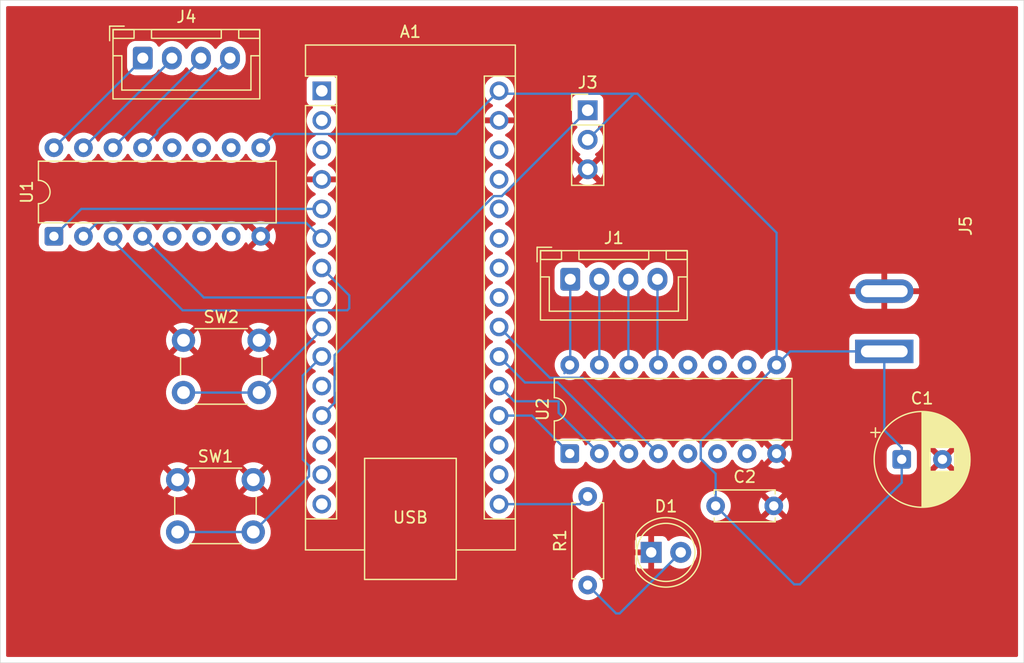
<source format=kicad_pcb>
(kicad_pcb (version 20241229) (generator "pcbnew") (generator_version "9.0")
  (layers (0 "F.Cu" signal) (2 "B.Cu" signal) (13 "F.Paste" user) (15 "B.Paste" user) (5 "F.SilkS" user "F.Silkscreen") (7 "B.SilkS" user "B.Silkscreen") (1 "F.Mask" user) (3 "B.Mask" user) (25 "Edge.Cuts" user))
  (net 0 "")
  (net 3 "GND")
  (net 5 "/SERVO_SIG")
  (net 6 "/+5v")
  (net 7 "Net-(A1-SCK)")
  (net 10 "/MOT_L_3")
  (net 11 "/MOT_R_1")
  (net 12 "/MOT_R_2")
  (net 13 "/MOT_L_1")
  (net 14 "/MOT_L_2")
  (net 17 "Net-(A1-D6)")
  (net 20 "/MOT_L_4")
  (net 23 "/MOT_R_4")
  (net 24 "Net-(A1-D7)")
  (net 25 "/MOT_R_3")
  (net 30 "Net-(J1-Pin_4)")
  (net 31 "Net-(J1-Pin_1)")
  (net 32 "Net-(J1-Pin_3)")
  (net 33 "Net-(J1-Pin_2)")
  (net 34 "Net-(J4-Pin_4)")
  (net 35 "Net-(J4-Pin_2)")
  (net 36 "Net-(J4-Pin_1)")
  (net 37 "Net-(J4-Pin_3)")
  (net 50 "Net-(D1-A)")
  (footprint "Resistor_THT:R_Axial_DIN0207_L6.3mm_D2.5mm_P7.62mm_Horizontal" (layer "F.Cu") (at 124.5 98.31 90)
    (property "Reference" "R1" (at 3.81 -2.37 90) (layer "F.SilkS"))
    (property "Value" "220R")
    (fp_line (start 7.08 -1.37) (end 7.08 -1.04) (stroke (width 0.12)) (layer "F.SilkS"))
    (fp_line (start 0.54 -1.37) (end 7.08 -1.37) (stroke (width 0.12)) (layer "F.SilkS"))
    (fp_line (start 0.54 -1.04) (end 0.54 -1.37) (stroke (width 0.12)) (layer "F.SilkS"))
    (fp_line (start 0.54 1.04) (end 0.54 1.37) (stroke (width 0.12)) (layer "F.SilkS"))
    (fp_line (start 7.08 1.37) (end 7.08 1.04) (stroke (width 0.12)) (layer "F.SilkS"))
    (fp_line (start 0.54 1.37) (end 7.08 1.37) (stroke (width 0.12)) (layer "F.SilkS"))
    (pad "1" thru_hole circle (at 0 0 90) (size 1.6 1.6) (drill 0.8) (layers "*.Cu" "*.Mask") (net 50 "Net-(D1-A)"))
    (pad "2" thru_hole circle (at 7.62 0 90) (size 1.6 1.6) (drill 0.8) (layers "*.Cu" "*.Mask") (net 7 "Net-(A1-SCK)"))
  )
  (footprint "Connector_BarrelJack:BarrelJack_SwitchcraftConxall_RAPC10U_Horizontal" (layer "F.Cu") (at 150 78.21 -90)
    (property "Reference" "J5" (at -10.8 -7 90) (layer "F.SilkS"))
    (property "Value" "Barrel_Jack")
    (pad "1" thru_hole rect (at 0 0 270) (size 2.02 5.02) (drill oval 1.02 4.02) (layers "*.Cu" "*.Mask") (net 6 "/+5v"))
    (pad "2" thru_hole oval (at -5.18 0 270) (size 2.02 5.02) (drill oval 1.02 4.02) (layers "*.Cu" "*.Mask") (net 3 "GND"))
  )
  (footprint "Button_Switch_THT:SW_PUSH_6mm" (layer "F.Cu") (at 89.25 89.25)
    (property "Reference" "SW1" (at 3.25 -2 0) (layer "F.SilkS"))
    (property "Value" "SW_Push")
    (fp_line (start -0.25 1.5) (end -0.25 3) (stroke (width 0.12)) (layer "F.SilkS"))
    (fp_line (start 1 5.5) (end 5.5 5.5) (stroke (width 0.12)) (layer "F.SilkS"))
    (fp_line (start 5.5 -1) (end 1 -1) (stroke (width 0.12)) (layer "F.SilkS"))
    (fp_line (start 6.75 3) (end 6.75 1.5) (stroke (width 0.12)) (layer "F.SilkS"))
    (pad "1" thru_hole circle (at 0 0 90) (size 2 2) (drill 1.1) (layers "*.Cu" "*.Mask") (net 3 "GND"))
    (pad "1" thru_hole circle (at 6.5 0 90) (size 2 2) (drill 1.1) (layers "*.Cu" "*.Mask") (net 3 "GND"))
    (pad "2" thru_hole circle (at 0 4.5 90) (size 2 2) (drill 1.1) (layers "*.Cu" "*.Mask") (net 24 "Net-(A1-D7)"))
    (pad "2" thru_hole circle (at 6.5 4.5 90) (size 2 2) (drill 1.1) (layers "*.Cu" "*.Mask") (net 24 "Net-(A1-D7)"))
  )
  (footprint "Capacitor_THT:CP_Radial_D8.0mm_P3.50mm" (layer "F.Cu") (at 151.5 87.5)
    (property "Reference" "C1" (at 1.75 -5.25 0) (layer "F.SilkS"))
    (property "Value" "470uF")
    (fp_line (start -2.659698 -2.315) (end -1.859698 -2.315) (stroke (width 0.12)) (layer "F.SilkS"))
    (fp_line (start -2.259698 -2.715) (end -2.259698 -1.915) (stroke (width 0.12)) (layer "F.SilkS"))
    (fp_line (start 1.75 -4.08) (end 1.75 4.08) (stroke (width 0.12)) (layer "F.SilkS"))
    (fp_line (start 1.79 -4.08) (end 1.79 4.08) (stroke (width 0.12)) (layer "F.SilkS"))
    (fp_line (start 1.83 -4.079) (end 1.83 4.079) (stroke (width 0.12)) (layer "F.SilkS"))
    (fp_line (start 1.87 -4.078) (end 1.87 4.078) (stroke (width 0.12)) (layer "F.SilkS"))
    (fp_line (start 1.91 -4.077) (end 1.91 4.077) (stroke (width 0.12)) (layer "F.SilkS"))
    (fp_line (start 1.95 -4.075) (end 1.95 4.075) (stroke (width 0.12)) (layer "F.SilkS"))
    (fp_line (start 1.99 -4.073) (end 1.99 4.073) (stroke (width 0.12)) (layer "F.SilkS"))
    (fp_line (start 2.03 -4.07) (end 2.03 4.07) (stroke (width 0.12)) (layer "F.SilkS"))
    (fp_line (start 2.07 -4.068) (end 2.07 4.068) (stroke (width 0.12)) (layer "F.SilkS"))
    (fp_line (start 2.11 -4.064) (end 2.11 4.064) (stroke (width 0.12)) (layer "F.SilkS"))
    (fp_line (start 2.15 -4.061) (end 2.15 4.061) (stroke (width 0.12)) (layer "F.SilkS"))
    (fp_line (start 2.19 -4.056) (end 2.19 4.056) (stroke (width 0.12)) (layer "F.SilkS"))
    (fp_line (start 2.23 -4.052) (end 2.23 4.052) (stroke (width 0.12)) (layer "F.SilkS"))
    (fp_line (start 2.27 -4.047) (end 2.27 4.047) (stroke (width 0.12)) (layer "F.SilkS"))
    (fp_line (start 2.31 -4.042) (end 2.31 4.042) (stroke (width 0.12)) (layer "F.SilkS"))
    (fp_line (start 2.35 -4.036) (end 2.35 4.036) (stroke (width 0.12)) (layer "F.SilkS"))
    (fp_line (start 2.39 -4.03) (end 2.39 4.03) (stroke (width 0.12)) (layer "F.SilkS"))
    (fp_line (start 2.43 -4.023) (end 2.43 4.023) (stroke (width 0.12)) (layer "F.SilkS"))
    (fp_line (start 2.47 -4.017) (end 2.47 -1.04) (stroke (width 0.12)) (layer "F.SilkS"))
    (fp_line (start 2.47 1.04) (end 2.47 4.017) (stroke (width 0.12)) (layer "F.SilkS"))
    (fp_line (start 2.51 -4.009) (end 2.51 -1.04) (stroke (width 0.12)) (layer "F.SilkS"))
    (fp_line (start 2.51 1.04) (end 2.51 4.009) (stroke (width 0.12)) (layer "F.SilkS"))
    (fp_line (start 2.55 -4.002) (end 2.55 -1.04) (stroke (width 0.12)) (layer "F.SilkS"))
    (fp_line (start 2.55 1.04) (end 2.55 4.002) (stroke (width 0.12)) (layer "F.SilkS"))
    (fp_line (start 2.59 -3.993) (end 2.59 -1.04) (stroke (width 0.12)) (layer "F.SilkS"))
    (fp_line (start 2.59 1.04) (end 2.59 3.993) (stroke (width 0.12)) (layer "F.SilkS"))
    (fp_line (start 2.63 -3.985) (end 2.63 -1.04) (stroke (width 0.12)) (layer "F.SilkS"))
    (fp_line (start 2.63 1.04) (end 2.63 3.985) (stroke (width 0.12)) (layer "F.SilkS"))
    (fp_line (start 2.67 -3.976) (end 2.67 -1.04) (stroke (width 0.12)) (layer "F.SilkS"))
    (fp_line (start 2.67 1.04) (end 2.67 3.976) (stroke (width 0.12)) (layer "F.SilkS"))
    (fp_line (start 2.71 -3.967) (end 2.71 -1.04) (stroke (width 0.12)) (layer "F.SilkS"))
    (fp_line (start 2.71 1.04) (end 2.71 3.967) (stroke (width 0.12)) (layer "F.SilkS"))
    (fp_line (start 2.75 -3.957) (end 2.75 -1.04) (stroke (width 0.12)) (layer "F.SilkS"))
    (fp_line (start 2.75 1.04) (end 2.75 3.957) (stroke (width 0.12)) (layer "F.SilkS"))
    (fp_line (start 2.79 -3.947) (end 2.79 -1.04) (stroke (width 0.12)) (layer "F.SilkS"))
    (fp_line (start 2.79 1.04) (end 2.79 3.947) (stroke (width 0.12)) (layer "F.SilkS"))
    (fp_line (start 2.83 -3.936) (end 2.83 -1.04) (stroke (width 0.12)) (layer "F.SilkS"))
    (fp_line (start 2.83 1.04) (end 2.83 3.936) (stroke (width 0.12)) (layer "F.SilkS"))
    (fp_line (start 2.87 -3.925) (end 2.87 -1.04) (stroke (width 0.12)) (layer "F.SilkS"))
    (fp_line (start 2.87 1.04) (end 2.87 3.925) (stroke (width 0.12)) (layer "F.SilkS"))
    (fp_line (start 2.91 -3.913) (end 2.91 -1.04) (stroke (width 0.12)) (layer "F.SilkS"))
    (fp_line (start 2.91 1.04) (end 2.91 3.913) (stroke (width 0.12)) (layer "F.SilkS"))
    (fp_line (start 2.95 -3.901) (end 2.95 -1.04) (stroke (width 0.12)) (layer "F.SilkS"))
    (fp_line (start 2.95 1.04) (end 2.95 3.901) (stroke (width 0.12)) (layer "F.SilkS"))
    (fp_line (start 2.99 -3.889) (end 2.99 -1.04) (stroke (width 0.12)) (layer "F.SilkS"))
    (fp_line (start 2.99 1.04) (end 2.99 3.889) (stroke (width 0.12)) (layer "F.SilkS"))
    (fp_line (start 3.03 -3.876) (end 3.03 -1.04) (stroke (width 0.12)) (layer "F.SilkS"))
    (fp_line (start 3.03 1.04) (end 3.03 3.876) (stroke (width 0.12)) (layer "F.SilkS"))
    (fp_line (start 3.07 -3.863) (end 3.07 -1.04) (stroke (width 0.12)) (layer "F.SilkS"))
    (fp_line (start 3.07 1.04) (end 3.07 3.863) (stroke (width 0.12)) (layer "F.SilkS"))
    (fp_line (start 3.11 -3.849) (end 3.11 -1.04) (stroke (width 0.12)) (layer "F.SilkS"))
    (fp_line (start 3.11 1.04) (end 3.11 3.849) (stroke (width 0.12)) (layer "F.SilkS"))
    (fp_line (start 3.15 -3.835) (end 3.15 -1.04) (stroke (width 0.12)) (layer "F.SilkS"))
    (fp_line (start 3.15 1.04) (end 3.15 3.835) (stroke (width 0.12)) (layer "F.SilkS"))
    (fp_line (start 3.19 -3.82) (end 3.19 -1.04) (stroke (width 0.12)) (layer "F.SilkS"))
    (fp_line (start 3.19 1.04) (end 3.19 3.82) (stroke (width 0.12)) (layer "F.SilkS"))
    (fp_line (start 3.23 -3.805) (end 3.23 -1.04) (stroke (width 0.12)) (layer "F.SilkS"))
    (fp_line (start 3.23 1.04) (end 3.23 3.805) (stroke (width 0.12)) (layer "F.SilkS"))
    (fp_line (start 3.27 -3.789) (end 3.27 -1.04) (stroke (width 0.12)) (layer "F.SilkS"))
    (fp_line (start 3.27 1.04) (end 3.27 3.789) (stroke (width 0.12)) (layer "F.SilkS"))
    (fp_line (start 3.31 -3.773) (end 3.31 -1.04) (stroke (width 0.12)) (layer "F.SilkS"))
    (fp_line (start 3.31 1.04) (end 3.31 3.773) (stroke (width 0.12)) (layer "F.SilkS"))
    (fp_line (start 3.35 -3.757) (end 3.35 -1.04) (stroke (width 0.12)) (layer "F.SilkS"))
    (fp_line (start 3.35 1.04) (end 3.35 3.757) (stroke (width 0.12)) (layer "F.SilkS"))
    (fp_line (start 3.39 -3.74) (end 3.39 -1.04) (stroke (width 0.12)) (layer "F.SilkS"))
    (fp_line (start 3.39 1.04) (end 3.39 3.74) (stroke (width 0.12)) (layer "F.SilkS"))
    (fp_line (start 3.43 -3.722) (end 3.43 -1.04) (stroke (width 0.12)) (layer "F.SilkS"))
    (fp_line (start 3.43 1.04) (end 3.43 3.722) (stroke (width 0.12)) (layer "F.SilkS"))
    (fp_line (start 3.47 -3.704) (end 3.47 -1.04) (stroke (width 0.12)) (layer "F.SilkS"))
    (fp_line (start 3.47 1.04) (end 3.47 3.704) (stroke (width 0.12)) (layer "F.SilkS"))
    (fp_line (start 3.51 -3.685) (end 3.51 -1.04) (stroke (width 0.12)) (layer "F.SilkS"))
    (fp_line (start 3.51 1.04) (end 3.51 3.685) (stroke (width 0.12)) (layer "F.SilkS"))
    (fp_line (start 3.55 -3.666) (end 3.55 -1.04) (stroke (width 0.12)) (layer "F.SilkS"))
    (fp_line (start 3.55 1.04) (end 3.55 3.666) (stroke (width 0.12)) (layer "F.SilkS"))
    (fp_line (start 3.59 -3.646) (end 3.59 -1.04) (stroke (width 0.12)) (layer "F.SilkS"))
    (fp_line (start 3.59 1.04) (end 3.59 3.646) (stroke (width 0.12)) (layer "F.SilkS"))
    (fp_line (start 3.63 -3.626) (end 3.63 -1.04) (stroke (width 0.12)) (layer "F.SilkS"))
    (fp_line (start 3.63 1.04) (end 3.63 3.626) (stroke (width 0.12)) (layer "F.SilkS"))
    (fp_line (start 3.67 -3.605) (end 3.67 -1.04) (stroke (width 0.12)) (layer "F.SilkS"))
    (fp_line (start 3.67 1.04) (end 3.67 3.605) (stroke (width 0.12)) (layer "F.SilkS"))
    (fp_line (start 3.71 -3.584) (end 3.71 -1.04) (stroke (width 0.12)) (layer "F.SilkS"))
    (fp_line (start 3.71 1.04) (end 3.71 3.584) (stroke (width 0.12)) (layer "F.SilkS"))
    (fp_line (start 3.75 -3.562) (end 3.75 -1.04) (stroke (width 0.12)) (layer "F.SilkS"))
    (fp_line (start 3.75 1.04) (end 3.75 3.562) (stroke (width 0.12)) (layer "F.SilkS"))
    (fp_line (start 3.79 -3.539) (end 3.79 -1.04) (stroke (width 0.12)) (layer "F.SilkS"))
    (fp_line (start 3.79 1.04) (end 3.79 3.539) (stroke (width 0.12)) (layer "F.SilkS"))
    (fp_line (start 3.83 -3.516) (end 3.83 -1.04) (stroke (width 0.12)) (layer "F.SilkS"))
    (fp_line (start 3.83 1.04) (end 3.83 3.516) (stroke (width 0.12)) (layer "F.SilkS"))
    (fp_line (start 3.87 -3.493) (end 3.87 -1.04) (stroke (width 0.12)) (layer "F.SilkS"))
    (fp_line (start 3.87 1.04) (end 3.87 3.493) (stroke (width 0.12)) (layer "F.SilkS"))
    (fp_line (start 3.91 -3.468) (end 3.91 -1.04) (stroke (width 0.12)) (layer "F.SilkS"))
    (fp_line (start 3.91 1.04) (end 3.91 3.468) (stroke (width 0.12)) (layer "F.SilkS"))
    (fp_line (start 3.95 -3.443) (end 3.95 -1.04) (stroke (width 0.12)) (layer "F.SilkS"))
    (fp_line (start 3.95 1.04) (end 3.95 3.443) (stroke (width 0.12)) (layer "F.SilkS"))
    (fp_line (start 3.99 -3.418) (end 3.99 -1.04) (stroke (width 0.12)) (layer "F.SilkS"))
    (fp_line (start 3.99 1.04) (end 3.99 3.418) (stroke (width 0.12)) (layer "F.SilkS"))
    (fp_line (start 4.03 -3.392) (end 4.03 -1.04) (stroke (width 0.12)) (layer "F.SilkS"))
    (fp_line (start 4.03 1.04) (end 4.03 3.392) (stroke (width 0.12)) (layer "F.SilkS"))
    (fp_line (start 4.07 -3.365) (end 4.07 -1.04) (stroke (width 0.12)) (layer "F.SilkS"))
    (fp_line (start 4.07 1.04) (end 4.07 3.365) (stroke (width 0.12)) (layer "F.SilkS"))
    (fp_line (start 4.11 -3.337) (end 4.11 -1.04) (stroke (width 0.12)) (layer "F.SilkS"))
    (fp_line (start 4.11 1.04) (end 4.11 3.337) (stroke (width 0.12)) (layer "F.SilkS"))
    (fp_line (start 4.15 -3.309) (end 4.15 -1.04) (stroke (width 0.12)) (layer "F.SilkS"))
    (fp_line (start 4.15 1.04) (end 4.15 3.309) (stroke (width 0.12)) (layer "F.SilkS"))
    (fp_line (start 4.19 -3.28) (end 4.19 -1.04) (stroke (width 0.12)) (layer "F.SilkS"))
    (fp_line (start 4.19 1.04) (end 4.19 3.28) (stroke (width 0.12)) (layer "F.SilkS"))
    (fp_line (start 4.23 -3.25) (end 4.23 -1.04) (stroke (width 0.12)) (layer "F.SilkS"))
    (fp_line (start 4.23 1.04) (end 4.23 3.25) (stroke (width 0.12)) (layer "F.SilkS"))
    (fp_line (start 4.27 -3.219) (end 4.27 -1.04) (stroke (width 0.12)) (layer "F.SilkS"))
    (fp_line (start 4.27 1.04) (end 4.27 3.219) (stroke (width 0.12)) (layer "F.SilkS"))
    (fp_line (start 4.31 -3.188) (end 4.31 -1.04) (stroke (width 0.12)) (layer "F.SilkS"))
    (fp_line (start 4.31 1.04) (end 4.31 3.188) (stroke (width 0.12)) (layer "F.SilkS"))
    (fp_line (start 4.35 -3.156) (end 4.35 -1.04) (stroke (width 0.12)) (layer "F.SilkS"))
    (fp_line (start 4.35 1.04) (end 4.35 3.156) (stroke (width 0.12)) (layer "F.SilkS"))
    (fp_line (start 4.39 -3.123) (end 4.39 -1.04) (stroke (width 0.12)) (layer "F.SilkS"))
    (fp_line (start 4.39 1.04) (end 4.39 3.123) (stroke (width 0.12)) (layer "F.SilkS"))
    (fp_line (start 4.43 -3.089) (end 4.43 -1.04) (stroke (width 0.12)) (layer "F.SilkS"))
    (fp_line (start 4.43 1.04) (end 4.43 3.089) (stroke (width 0.12)) (layer "F.SilkS"))
    (fp_line (start 4.47 -3.055) (end 4.47 -1.04) (stroke (width 0.12)) (layer "F.SilkS"))
    (fp_line (start 4.47 1.04) (end 4.47 3.055) (stroke (width 0.12)) (layer "F.SilkS"))
    (fp_line (start 4.51 -3.019) (end 4.51 -1.04) (stroke (width 0.12)) (layer "F.SilkS"))
    (fp_line (start 4.51 1.04) (end 4.51 3.019) (stroke (width 0.12)) (layer "F.SilkS"))
    (fp_line (start 4.55 -2.982) (end 4.55 2.982) (stroke (width 0.12)) (layer "F.SilkS"))
    (fp_line (start 4.59 -2.945) (end 4.59 2.945) (stroke (width 0.12)) (layer "F.SilkS"))
    (fp_line (start 4.63 -2.906) (end 4.63 2.906) (stroke (width 0.12)) (layer "F.SilkS"))
    (fp_line (start 4.67 -2.867) (end 4.67 2.867) (stroke (width 0.12)) (layer "F.SilkS"))
    (fp_line (start 4.71 -2.826) (end 4.71 2.826) (stroke (width 0.12)) (layer "F.SilkS"))
    (fp_line (start 4.75 -2.784) (end 4.75 2.784) (stroke (width 0.12)) (layer "F.SilkS"))
    (fp_line (start 4.79 -2.741) (end 4.79 2.741) (stroke (width 0.12)) (layer "F.SilkS"))
    (fp_line (start 4.83 -2.696) (end 4.83 2.696) (stroke (width 0.12)) (layer "F.SilkS"))
    (fp_line (start 4.87 -2.651) (end 4.87 2.651) (stroke (width 0.12)) (layer "F.SilkS"))
    (fp_line (start 4.91 -2.604) (end 4.91 2.604) (stroke (width 0.12)) (layer "F.SilkS"))
    (fp_line (start 4.95 -2.555) (end 4.95 2.555) (stroke (width 0.12)) (layer "F.SilkS"))
    (fp_line (start 4.99 -2.505) (end 4.99 2.505) (stroke (width 0.12)) (layer "F.SilkS"))
    (fp_line (start 5.03 -2.453) (end 5.03 2.453) (stroke (width 0.12)) (layer "F.SilkS"))
    (fp_line (start 5.07 -2.4) (end 5.07 2.4) (stroke (width 0.12)) (layer "F.SilkS"))
    (fp_line (start 5.11 -2.344) (end 5.11 2.344) (stroke (width 0.12)) (layer "F.SilkS"))
    (fp_line (start 5.15 -2.287) (end 5.15 2.287) (stroke (width 0.12)) (layer "F.SilkS"))
    (fp_line (start 5.19 -2.227) (end 5.19 2.227) (stroke (width 0.12)) (layer "F.SilkS"))
    (fp_line (start 5.23 -2.165) (end 5.23 2.165) (stroke (width 0.12)) (layer "F.SilkS"))
    (fp_line (start 5.27 -2.101) (end 5.27 2.101) (stroke (width 0.12)) (layer "F.SilkS"))
    (fp_line (start 5.31 -2.034) (end 5.31 2.034) (stroke (width 0.12)) (layer "F.SilkS"))
    (fp_line (start 5.35 -1.964) (end 5.35 1.964) (stroke (width 0.12)) (layer "F.SilkS"))
    (fp_line (start 5.39 -1.89) (end 5.39 1.89) (stroke (width 0.12)) (layer "F.SilkS"))
    (fp_line (start 5.43 -1.813) (end 5.43 1.813) (stroke (width 0.12)) (layer "F.SilkS"))
    (fp_line (start 5.47 -1.731) (end 5.47 1.731) (stroke (width 0.12)) (layer "F.SilkS"))
    (fp_line (start 5.51 -1.644) (end 5.51 1.644) (stroke (width 0.12)) (layer "F.SilkS"))
    (fp_line (start 5.55 -1.552) (end 5.55 1.552) (stroke (width 0.12)) (layer "F.SilkS"))
    (fp_line (start 5.59 -1.453) (end 5.59 1.453) (stroke (width 0.12)) (layer "F.SilkS"))
    (fp_line (start 5.63 -1.346) (end 5.63 1.346) (stroke (width 0.12)) (layer "F.SilkS"))
    (fp_line (start 5.67 -1.228) (end 5.67 1.228) (stroke (width 0.12)) (layer "F.SilkS"))
    (fp_line (start 5.71 -1.097) (end 5.71 1.097) (stroke (width 0.12)) (layer "F.SilkS"))
    (fp_line (start 5.75 -0.947) (end 5.75 0.947) (stroke (width 0.12)) (layer "F.SilkS"))
    (fp_line (start 5.79 -0.768) (end 5.79 0.768) (stroke (width 0.12)) (layer "F.SilkS"))
    (fp_line (start 5.83 -0.533) (end 5.83 0.533) (stroke (width 0.12)) (layer "F.SilkS"))
    (fp_circle (center 1.75 0) (end 5.87 0) (stroke (width 0.12)) (fill no) (layer "F.SilkS"))
    (pad "1" thru_hole roundrect (at 0 0) (size 1.6 1.6) (drill 0.8) (layers "*.Cu" "*.Mask") (roundrect_rratio 0.15625) (net 6 "/+5v"))
    (pad "2" thru_hole circle (at 3.5 0) (size 1.6 1.6) (drill 0.8) (layers "*.Cu" "*.Mask") (net 3 "GND"))
  )
  (footprint "Capacitor_THT:C_Disc_D5.0mm_W2.5mm_P5.00mm" (layer "F.Cu") (at 135.5 91.5)
    (property "Reference" "C2" (at 2.5 -2.5 0) (layer "F.SilkS"))
    (property "Value" "100nF")
    (fp_line (start -0.12 -1.37) (end 5.12 -1.37) (stroke (width 0.12)) (layer "F.SilkS"))
    (fp_line (start -0.12 -1.033) (end -0.12 -1.37) (stroke (width 0.12)) (layer "F.SilkS"))
    (fp_line (start -0.12 1.37) (end -0.12 1.033) (stroke (width 0.12)) (layer "F.SilkS"))
    (fp_line (start 5.12 -1.37) (end 5.12 -1.033) (stroke (width 0.12)) (layer "F.SilkS"))
    (fp_line (start 5.12 1.033) (end 5.12 1.37) (stroke (width 0.12)) (layer "F.SilkS"))
    (fp_line (start 5.12 1.37) (end -0.12 1.37) (stroke (width 0.12)) (layer "F.SilkS"))
    (pad "1" thru_hole circle (at 0 0) (size 1.6 1.6) (drill 0.8) (layers "*.Cu" "*.Mask") (net 6 "/+5v"))
    (pad "2" thru_hole circle (at 5 0) (size 1.6 1.6) (drill 0.8) (layers "*.Cu" "*.Mask") (net 3 "GND"))
  )
  (footprint "Package_DIP:DIP-16_W7.62mm" (layer "F.Cu") (at 78.61 68.305 90)
    (property "Reference" "U1" (at 3.81 -2.33 90) (layer "F.SilkS"))
    (property "Value" "ULN2003")
    (fp_line (start 6.46 -1.33) (end 4.81 -1.33) (stroke (width 0.12)) (layer "F.SilkS"))
    (fp_line (start 2.81 -1.33) (end 1.16 -1.33) (stroke (width 0.12)) (layer "F.SilkS"))
    (fp_line (start 1.16 -1.33) (end 1.16 19.11) (stroke (width 0.12)) (layer "F.SilkS"))
    (fp_line (start 6.46 19.11) (end 6.46 -1.33) (stroke (width 0.12)) (layer "F.SilkS"))
    (fp_line (start 1.16 19.11) (end 6.46 19.11) (stroke (width 0.12)) (layer "F.SilkS"))
    (fp_arc (start 4.81 -1.33) (mid 3.81 -0.33) (end 2.81 -1.33) (stroke (width 0.12)) (layer "F.SilkS"))
    (pad "1" thru_hole roundrect (at 0 0 90) (size 1.6 1.6) (drill 0.8) (layers "*.Cu" "*.Mask") (roundrect_rratio 0.15625) (net 13 "/MOT_L_1"))
    (pad "2" thru_hole circle (at 0 2.54 90) (size 1.6 1.6) (drill 0.8) (layers "*.Cu" "*.Mask") (net 14 "/MOT_L_2"))
    (pad "3" thru_hole circle (at 0 5.08 90) (size 1.6 1.6) (drill 0.8) (layers "*.Cu" "*.Mask") (net 10 "/MOT_L_3"))
    (pad "4" thru_hole circle (at 0 7.62 90) (size 1.6 1.6) (drill 0.8) (layers "*.Cu" "*.Mask") (net 20 "/MOT_L_4"))
    (pad "5" thru_hole circle (at 0 10.16 90) (size 1.6 1.6) (drill 0.8) (layers "*.Cu" "*.Mask"))
    (pad "6" thru_hole circle (at 0 12.7 90) (size 1.6 1.6) (drill 0.8) (layers "*.Cu" "*.Mask"))
    (pad "7" thru_hole circle (at 0 15.24 90) (size 1.6 1.6) (drill 0.8) (layers "*.Cu" "*.Mask"))
    (pad "8" thru_hole circle (at 0 17.78 90) (size 1.6 1.6) (drill 0.8) (layers "*.Cu" "*.Mask") (net 3 "GND"))
    (pad "9" thru_hole circle (at 7.62 17.78 90) (size 1.6 1.6) (drill 0.8) (layers "*.Cu" "*.Mask") (net 6 "/+5v"))
    (pad "10" thru_hole circle (at 7.62 15.24 90) (size 1.6 1.6) (drill 0.8) (layers "*.Cu" "*.Mask"))
    (pad "11" thru_hole circle (at 7.62 12.7 90) (size 1.6 1.6) (drill 0.8) (layers "*.Cu" "*.Mask"))
    (pad "12" thru_hole circle (at 7.62 10.16 90) (size 1.6 1.6) (drill 0.8) (layers "*.Cu" "*.Mask"))
    (pad "13" thru_hole circle (at 7.62 7.62 90) (size 1.6 1.6) (drill 0.8) (layers "*.Cu" "*.Mask") (net 34 "Net-(J4-Pin_4)"))
    (pad "14" thru_hole circle (at 7.62 5.08 90) (size 1.6 1.6) (drill 0.8) (layers "*.Cu" "*.Mask") (net 37 "Net-(J4-Pin_3)"))
    (pad "15" thru_hole circle (at 7.62 2.54 90) (size 1.6 1.6) (drill 0.8) (layers "*.Cu" "*.Mask") (net 35 "Net-(J4-Pin_2)"))
    (pad "16" thru_hole circle (at 7.62 0 90) (size 1.6 1.6) (drill 0.8) (layers "*.Cu" "*.Mask") (net 36 "Net-(J4-Pin_1)"))
  )
  (footprint "Button_Switch_THT:SW_PUSH_6mm" (layer "F.Cu") (at 89.75 77.25)
    (property "Reference" "SW2" (at 3.25 -2 0) (layer "F.SilkS"))
    (property "Value" "SW_Push")
    (fp_line (start -0.25 1.5) (end -0.25 3) (stroke (width 0.12)) (layer "F.SilkS"))
    (fp_line (start 1 5.5) (end 5.5 5.5) (stroke (width 0.12)) (layer "F.SilkS"))
    (fp_line (start 5.5 -1) (end 1 -1) (stroke (width 0.12)) (layer "F.SilkS"))
    (fp_line (start 6.75 3) (end 6.75 1.5) (stroke (width 0.12)) (layer "F.SilkS"))
    (pad "1" thru_hole circle (at 0 0 90) (size 2 2) (drill 1.1) (layers "*.Cu" "*.Mask") (net 3 "GND"))
    (pad "1" thru_hole circle (at 6.5 0 90) (size 2 2) (drill 1.1) (layers "*.Cu" "*.Mask") (net 3 "GND"))
    (pad "2" thru_hole circle (at 0 4.5 90) (size 2 2) (drill 1.1) (layers "*.Cu" "*.Mask") (net 17 "Net-(A1-D6)"))
    (pad "2" thru_hole circle (at 6.5 4.5 90) (size 2 2) (drill 1.1) (layers "*.Cu" "*.Mask") (net 17 "Net-(A1-D6)"))
  )
  (footprint "Module:Arduino_Nano" (layer "F.Cu") (at 101.64 55.79)
    (property "Reference" "A1" (at 7.62 -5.08 0) (layer "F.SilkS"))
    (property "Value" "Arduino_Nano_Every")
    (fp_line (start -1.4 -3.94) (end -1.4 -1.27) (stroke (width 0.12)) (layer "F.SilkS"))
    (fp_line (start -1.4 1.27) (end -1.4 39.5) (stroke (width 0.12)) (layer "F.SilkS"))
    (fp_line (start -1.4 39.5) (end 3.68 39.5) (stroke (width 0.12)) (layer "F.SilkS"))
    (fp_line (start 1.27 -1.27) (end -1.4 -1.27) (stroke (width 0.12)) (layer "F.SilkS"))
    (fp_line (start 1.27 1.27) (end -1.4 1.27) (stroke (width 0.12)) (layer "F.SilkS"))
    (fp_line (start 1.27 1.27) (end 1.27 -1.27) (stroke (width 0.12)) (layer "F.SilkS"))
    (fp_line (start 1.27 1.27) (end 1.27 36.83) (stroke (width 0.12)) (layer "F.SilkS"))
    (fp_line (start 1.27 36.83) (end -1.4 36.83) (stroke (width 0.12)) (layer "F.SilkS"))
    (fp_line (start 3.68 31.62) (end 11.56 31.62) (stroke (width 0.12)) (layer "F.SilkS"))
    (fp_line (start 3.68 42.04) (end 3.68 31.62) (stroke (width 0.12)) (layer "F.SilkS"))
    (fp_line (start 11.56 31.62) (end 11.56 42.04) (stroke (width 0.12)) (layer "F.SilkS"))
    (fp_line (start 11.56 42.04) (end 3.68 42.04) (stroke (width 0.12)) (layer "F.SilkS"))
    (fp_line (start 13.97 -1.27) (end 13.97 36.83) (stroke (width 0.12)) (layer "F.SilkS"))
    (fp_line (start 13.97 -1.27) (end 16.64 -1.27) (stroke (width 0.12)) (layer "F.SilkS"))
    (fp_line (start 13.97 36.83) (end 16.64 36.83) (stroke (width 0.12)) (layer "F.SilkS"))
    (fp_line (start 16.64 -3.94) (end -1.4 -3.94) (stroke (width 0.12)) (layer "F.SilkS"))
    (fp_line (start 16.64 39.5) (end 11.56 39.5) (stroke (width 0.12)) (layer "F.SilkS"))
    (fp_line (start 16.64 39.5) (end 16.64 -3.94) (stroke (width 0.12)) (layer "F.SilkS"))
    (fp_text user "USB" (at 7.62 36.71 0) (layer "F.SilkS"))
    (pad "1" thru_hole rect (at 0 0) (size 1.6 1.6) (drill 1) (layers "*.Cu" "*.Mask"))
    (pad "2" thru_hole oval (at 0 2.54) (size 1.6 1.6) (drill 1) (layers "*.Cu" "*.Mask"))
    (pad "3" thru_hole oval (at 0 5.08) (size 1.6 1.6) (drill 1) (layers "*.Cu" "*.Mask"))
    (pad "4" thru_hole oval (at 0 7.62) (size 1.6 1.6) (drill 1) (layers "*.Cu" "*.Mask") (net 3 "GND"))
    (pad "5" thru_hole oval (at 0 10.16) (size 1.6 1.6) (drill 1) (layers "*.Cu" "*.Mask") (net 13 "/MOT_L_1"))
    (pad "6" thru_hole oval (at 0 12.7) (size 1.6 1.6) (drill 1) (layers "*.Cu" "*.Mask") (net 14 "/MOT_L_2"))
    (pad "7" thru_hole oval (at 0 15.24) (size 1.6 1.6) (drill 1) (layers "*.Cu" "*.Mask") (net 10 "/MOT_L_3"))
    (pad "8" thru_hole oval (at 0 17.78) (size 1.6 1.6) (drill 1) (layers "*.Cu" "*.Mask") (net 20 "/MOT_L_4"))
    (pad "9" thru_hole oval (at 0 20.32) (size 1.6 1.6) (drill 1) (layers "*.Cu" "*.Mask") (net 17 "Net-(A1-D6)"))
    (pad "10" thru_hole oval (at 0 22.86) (size 1.6 1.6) (drill 1) (layers "*.Cu" "*.Mask") (net 24 "Net-(A1-D7)"))
    (pad "11" thru_hole oval (at 0 25.4) (size 1.6 1.6) (drill 1) (layers "*.Cu" "*.Mask"))
    (pad "12" thru_hole oval (at 0 27.94) (size 1.6 1.6) (drill 1) (layers "*.Cu" "*.Mask") (net 5 "/SERVO_SIG"))
    (pad "13" thru_hole oval (at 0 30.48) (size 1.6 1.6) (drill 1) (layers "*.Cu" "*.Mask"))
    (pad "14" thru_hole oval (at 0 33.02) (size 1.6 1.6) (drill 1) (layers "*.Cu" "*.Mask"))
    (pad "15" thru_hole oval (at 0 35.56) (size 1.6 1.6) (drill 1) (layers "*.Cu" "*.Mask"))
    (pad "16" thru_hole oval (at 15.24 35.56) (size 1.6 1.6) (drill 1) (layers "*.Cu" "*.Mask") (net 7 "Net-(A1-SCK)"))
    (pad "17" thru_hole oval (at 15.24 33.02) (size 1.6 1.6) (drill 1) (layers "*.Cu" "*.Mask"))
    (pad "18" thru_hole oval (at 15.24 30.48) (size 1.6 1.6) (drill 1) (layers "*.Cu" "*.Mask"))
    (pad "19" thru_hole oval (at 15.24 27.94) (size 1.6 1.6) (drill 1) (layers "*.Cu" "*.Mask") (net 11 "/MOT_R_1"))
    (pad "20" thru_hole oval (at 15.24 25.4) (size 1.6 1.6) (drill 1) (layers "*.Cu" "*.Mask") (net 12 "/MOT_R_2"))
    (pad "21" thru_hole oval (at 15.24 22.86) (size 1.6 1.6) (drill 1) (layers "*.Cu" "*.Mask") (net 25 "/MOT_R_3"))
    (pad "22" thru_hole oval (at 15.24 20.32) (size 1.6 1.6) (drill 1) (layers "*.Cu" "*.Mask") (net 23 "/MOT_R_4"))
    (pad "23" thru_hole oval (at 15.24 17.78) (size 1.6 1.6) (drill 1) (layers "*.Cu" "*.Mask"))
    (pad "24" thru_hole oval (at 15.24 15.24) (size 1.6 1.6) (drill 1) (layers "*.Cu" "*.Mask"))
    (pad "25" thru_hole oval (at 15.24 12.7) (size 1.6 1.6) (drill 1) (layers "*.Cu" "*.Mask"))
    (pad "26" thru_hole oval (at 15.24 10.16) (size 1.6 1.6) (drill 1) (layers "*.Cu" "*.Mask"))
    (pad "27" thru_hole oval (at 15.24 7.62) (size 1.6 1.6) (drill 1) (layers "*.Cu" "*.Mask"))
    (pad "28" thru_hole oval (at 15.24 5.08) (size 1.6 1.6) (drill 1) (layers "*.Cu" "*.Mask"))
    (pad "29" thru_hole oval (at 15.24 2.54) (size 1.6 1.6) (drill 1) (layers "*.Cu" "*.Mask") (net 3 "GND"))
    (pad "30" thru_hole oval (at 15.24 0) (size 1.6 1.6) (drill 1) (layers "*.Cu" "*.Mask") (net 6 "/+5v"))
  )
  (footprint "Package_DIP:DIP-16_W7.62mm" (layer "F.Cu") (at 122.96 87 90)
    (property "Reference" "U2" (at 3.81 -2.33 90) (layer "F.SilkS"))
    (property "Value" "ULN2003")
    (fp_line (start 6.46 -1.33) (end 4.81 -1.33) (stroke (width 0.12)) (layer "F.SilkS"))
    (fp_line (start 2.81 -1.33) (end 1.16 -1.33) (stroke (width 0.12)) (layer "F.SilkS"))
    (fp_line (start 1.16 -1.33) (end 1.16 19.11) (stroke (width 0.12)) (layer "F.SilkS"))
    (fp_line (start 6.46 19.11) (end 6.46 -1.33) (stroke (width 0.12)) (layer "F.SilkS"))
    (fp_line (start 1.16 19.11) (end 6.46 19.11) (stroke (width 0.12)) (layer "F.SilkS"))
    (fp_arc (start 4.81 -1.33) (mid 3.81 -0.33) (end 2.81 -1.33) (stroke (width 0.12)) (layer "F.SilkS"))
    (pad "1" thru_hole roundrect (at 0 0 90) (size 1.6 1.6) (drill 0.8) (layers "*.Cu" "*.Mask") (roundrect_rratio 0.15625) (net 11 "/MOT_R_1"))
    (pad "2" thru_hole circle (at 0 2.54 90) (size 1.6 1.6) (drill 0.8) (layers "*.Cu" "*.Mask") (net 12 "/MOT_R_2"))
    (pad "3" thru_hole circle (at 0 5.08 90) (size 1.6 1.6) (drill 0.8) (layers "*.Cu" "*.Mask") (net 25 "/MOT_R_3"))
    (pad "4" thru_hole circle (at 0 7.62 90) (size 1.6 1.6) (drill 0.8) (layers "*.Cu" "*.Mask") (net 23 "/MOT_R_4"))
    (pad "5" thru_hole circle (at 0 10.16 90) (size 1.6 1.6) (drill 0.8) (layers "*.Cu" "*.Mask"))
    (pad "6" thru_hole circle (at 0 12.7 90) (size 1.6 1.6) (drill 0.8) (layers "*.Cu" "*.Mask"))
    (pad "7" thru_hole circle (at 0 15.24 90) (size 1.6 1.6) (drill 0.8) (layers "*.Cu" "*.Mask"))
    (pad "8" thru_hole circle (at 0 17.78 90) (size 1.6 1.6) (drill 0.8) (layers "*.Cu" "*.Mask") (net 3 "GND"))
    (pad "9" thru_hole circle (at 7.62 17.78 90) (size 1.6 1.6) (drill 0.8) (layers "*.Cu" "*.Mask") (net 6 "/+5v"))
    (pad "10" thru_hole circle (at 7.62 15.24 90) (size 1.6 1.6) (drill 0.8) (layers "*.Cu" "*.Mask"))
    (pad "11" thru_hole circle (at 7.62 12.7 90) (size 1.6 1.6) (drill 0.8) (layers "*.Cu" "*.Mask"))
    (pad "12" thru_hole circle (at 7.62 10.16 90) (size 1.6 1.6) (drill 0.8) (layers "*.Cu" "*.Mask"))
    (pad "13" thru_hole circle (at 7.62 7.62 90) (size 1.6 1.6) (drill 0.8) (layers "*.Cu" "*.Mask") (net 30 "Net-(J1-Pin_4)"))
    (pad "14" thru_hole circle (at 7.62 5.08 90) (size 1.6 1.6) (drill 0.8) (layers "*.Cu" "*.Mask") (net 32 "Net-(J1-Pin_3)"))
    (pad "15" thru_hole circle (at 7.62 2.54 90) (size 1.6 1.6) (drill 0.8) (layers "*.Cu" "*.Mask") (net 33 "Net-(J1-Pin_2)"))
    (pad "16" thru_hole circle (at 7.62 0 90) (size 1.6 1.6) (drill 0.8) (layers "*.Cu" "*.Mask") (net 31 "Net-(J1-Pin_1)"))
  )
  (footprint "Connector_PinHeader_2.54mm:PinHeader_1x03_P2.54mm_Vertical" (layer "F.Cu") (at 124.5 57.46)
    (property "Reference" "J3" (at 0 -2.38 0) (layer "F.SilkS"))
    (property "Value" "Conn_01x03_Pin")
    (fp_line (start -1.38 -1.38) (end 0 -1.38) (stroke (width 0.12)) (layer "F.SilkS"))
    (fp_line (start -1.38 0) (end -1.38 -1.38) (stroke (width 0.12)) (layer "F.SilkS"))
    (fp_line (start -1.38 1.27) (end -1.38 6.46) (stroke (width 0.12)) (layer "F.SilkS"))
    (fp_line (start -1.38 1.27) (end 1.38 1.27) (stroke (width 0.12)) (layer "F.SilkS"))
    (fp_line (start -1.38 6.46) (end 1.38 6.46) (stroke (width 0.12)) (layer "F.SilkS"))
    (fp_line (start 1.38 1.27) (end 1.38 6.46) (stroke (width 0.12)) (layer "F.SilkS"))
    (pad "1" thru_hole rect (at 0 0) (size 1.7 1.7) (drill 1) (layers "*.Cu" "*.Mask") (net 5 "/SERVO_SIG"))
    (pad "2" thru_hole circle (at 0 2.54) (size 1.7 1.7) (drill 1) (layers "*.Cu" "*.Mask") (net 6 "/+5v"))
    (pad "3" thru_hole circle (at 0 5.08) (size 1.7 1.7) (drill 1) (layers "*.Cu" "*.Mask") (net 3 "GND"))
  )
  (footprint "Connector_JST:JST_XH_B4B-XH-A_1x04_P2.50mm_Vertical" (layer "F.Cu") (at 123 72)
    (property "Reference" "J1" (at 3.75 -3.55 0) (layer "F.SilkS"))
    (property "Value" "Conn_01x04_Pin")
    (fp_line (start -2.85 -2.75) (end -2.85 -1.5) (stroke (width 0.12)) (layer "F.SilkS"))
    (fp_line (start -2.55 -0.2) (end -1.8 -0.2) (stroke (width 0.12)) (layer "F.SilkS"))
    (fp_line (start -1.8 -0.2) (end -1.8 2.75) (stroke (width 0.12)) (layer "F.SilkS"))
    (fp_line (start -1.8 2.75) (end 3.75 2.75) (stroke (width 0.12)) (layer "F.SilkS"))
    (fp_line (start -1.6 -2.75) (end -2.85 -2.75) (stroke (width 0.12)) (layer "F.SilkS"))
    (fp_line (start 9.3 -0.2) (end 9.3 2.75) (stroke (width 0.12)) (layer "F.SilkS"))
    (fp_line (start 9.3 2.75) (end 3.75 2.75) (stroke (width 0.12)) (layer "F.SilkS"))
    (fp_line (start 10.05 -0.2) (end 9.3 -0.2) (stroke (width 0.12)) (layer "F.SilkS"))
    (fp_rect (start -2.56 -2.46) (end 10.06 3.51) (stroke (width 0.12)) (fill no) (layer "F.SilkS"))
    (fp_rect (start -2.55 -2.45) (end -0.75 -1.7) (stroke (width 0.12)) (fill no) (layer "F.SilkS"))
    (fp_rect (start 0.75 -2.45) (end 6.75 -1.7) (stroke (width 0.12)) (fill no) (layer "F.SilkS"))
    (fp_rect (start 8.25 -2.45) (end 10.05 -1.7) (stroke (width 0.12)) (fill no) (layer "F.SilkS"))
    (pad "1" thru_hole roundrect (at 0 0) (size 1.7 1.95) (drill 0.95) (layers "*.Cu" "*.Mask") (roundrect_rratio 0.147059) (net 31 "Net-(J1-Pin_1)"))
    (pad "2" thru_hole oval (at 2.5 0) (size 1.7 1.95) (drill 0.95) (layers "*.Cu" "*.Mask") (net 33 "Net-(J1-Pin_2)"))
    (pad "3" thru_hole oval (at 5 0) (size 1.7 1.95) (drill 0.95) (layers "*.Cu" "*.Mask") (net 32 "Net-(J1-Pin_3)"))
    (pad "4" thru_hole oval (at 7.5 0) (size 1.7 1.95) (drill 0.95) (layers "*.Cu" "*.Mask") (net 30 "Net-(J1-Pin_4)"))
  )
  (footprint "LED_THT:LED_D5.0mm" (layer "F.Cu") (at 129.96 95.5)
    (property "Reference" "D1" (at 1.27 -3.96 0) (layer "F.SilkS"))
    (property "Value" "LED")
    (fp_line (start -1.29 -1.545) (end -1.29 1.545) (stroke (width 0.12)) (layer "F.SilkS"))
    (fp_arc (start -1.29 -1.54483) (mid 2.071779 -2.880495) (end 4.26 0) (stroke (width 0.12)) (layer "F.SilkS"))
    (fp_arc (start 4.26 0) (mid 2.071779 2.880495) (end -1.29 1.54483) (stroke (width 0.12)) (layer "F.SilkS"))
    (fp_circle (center 1.27 0) (end 3.77 0) (stroke (width 0.12)) (fill no) (layer "F.SilkS"))
    (pad "1" thru_hole rect (at 0 0) (size 1.8 1.8) (drill 0.9) (layers "*.Cu" "*.Mask") (net 3 "GND"))
    (pad "2" thru_hole circle (at 2.54 0) (size 1.8 1.8) (drill 0.9) (layers "*.Cu" "*.Mask") (net 50 "Net-(D1-A)"))
  )
  (footprint "Connector_JST:JST_XH_B4B-XH-A_1x04_P2.50mm_Vertical" (layer "F.Cu") (at 86.25 52.975)
    (property "Reference" "J4" (at 3.75 -3.55 0) (layer "F.SilkS"))
    (property "Value" "Conn_01x04_Pin")
    (fp_line (start -2.85 -2.75) (end -2.85 -1.5) (stroke (width 0.12)) (layer "F.SilkS"))
    (fp_line (start -2.55 -0.2) (end -1.8 -0.2) (stroke (width 0.12)) (layer "F.SilkS"))
    (fp_line (start -1.8 -0.2) (end -1.8 2.75) (stroke (width 0.12)) (layer "F.SilkS"))
    (fp_line (start -1.8 2.75) (end 3.75 2.75) (stroke (width 0.12)) (layer "F.SilkS"))
    (fp_line (start -1.6 -2.75) (end -2.85 -2.75) (stroke (width 0.12)) (layer "F.SilkS"))
    (fp_line (start 9.3 -0.2) (end 9.3 2.75) (stroke (width 0.12)) (layer "F.SilkS"))
    (fp_line (start 9.3 2.75) (end 3.75 2.75) (stroke (width 0.12)) (layer "F.SilkS"))
    (fp_line (start 10.05 -0.2) (end 9.3 -0.2) (stroke (width 0.12)) (layer "F.SilkS"))
    (fp_rect (start -2.56 -2.46) (end 10.06 3.51) (stroke (width 0.12)) (fill no) (layer "F.SilkS"))
    (fp_rect (start -2.55 -2.45) (end -0.75 -1.7) (stroke (width 0.12)) (fill no) (layer "F.SilkS"))
    (fp_rect (start 0.75 -2.45) (end 6.75 -1.7) (stroke (width 0.12)) (fill no) (layer "F.SilkS"))
    (fp_rect (start 8.25 -2.45) (end 10.05 -1.7) (stroke (width 0.12)) (fill no) (layer "F.SilkS"))
    (pad "1" thru_hole roundrect (at 0 0) (size 1.7 1.95) (drill 0.95) (layers "*.Cu" "*.Mask") (roundrect_rratio 0.147059) (net 36 "Net-(J4-Pin_1)"))
    (pad "2" thru_hole oval (at 2.5 0) (size 1.7 1.95) (drill 0.95) (layers "*.Cu" "*.Mask") (net 35 "Net-(J4-Pin_2)"))
    (pad "3" thru_hole oval (at 5 0) (size 1.7 1.95) (drill 0.95) (layers "*.Cu" "*.Mask") (net 37 "Net-(J4-Pin_3)"))
    (pad "4" thru_hole oval (at 7.5 0) (size 1.7 1.95) (drill 0.95) (layers "*.Cu" "*.Mask") (net 34 "Net-(J4-Pin_4)"))
  )
  (gr_rect (start 74 48) (end 162 105) (stroke (width 0.05)) (fill no) (layer "Edge.Cuts"))
  (segment (start 96.25 77.25) (end 96.5 77) (width 0.6) (layer "B.Cu") (net 3))
  (segment (start 95.75 89.25) (end 96 89.5) (width 0.6) (layer "B.Cu") (net 3))
  (segment (start 89.25 89.25) (end 89.5 89) (width 0.6) (layer "B.Cu") (net 3))
  (segment (start 96.39 68.305) (end 96.195 68.5) (width 0.6) (layer "B.Cu") (net 3))
  (segment (start 96.195 68.5) (end 96 68.5) (width 0.6) (layer "B.Cu") (net 3))
  (segment (start 102.741 82.629) (end 101.64 83.73) (width 0.2) (layer "B.Cu") (net 5))
  (segment (start 124.5 57.46) (end 117.111 64.849) (width 0.2) (layer "B.Cu") (net 5))
  (segment (start 102.741 78.53195) (end 102.741 82.629) (width 0.2) (layer "B.Cu") (net 5))
  (segment (start 116.42395 64.849) (end 102.741 78.53195) (width 0.2) (layer "B.Cu") (net 5))
  (segment (start 117.111 64.849) (end 116.42395 64.849) (width 0.2) (layer "B.Cu") (net 5))
  (segment (start 116.88 55.79) (end 113.17 59.5) (width 0.2) (layer "B.Cu") (net 6))
  (segment (start 151.5 86.5) (end 150 85) (width 0.2) (layer "B.Cu") (net 6))
  (segment (start 140.74 68) (end 128.78 56.04) (width 0.2) (layer "B.Cu") (net 6))
  (segment (start 97.575 59.5) (end 96.39 60.685) (width 0.2) (layer "B.Cu") (net 6))
  (segment (start 128.78 56.04) (end 128.46 56.04) (width 0.2) (layer "B.Cu") (net 6))
  (segment (start 140.74 79.38) (end 134.221 85.899) (width 0.2) (layer "B.Cu") (net 6))
  (segment (start 113.17 59.5) (end 97.575 59.5) (width 0.2) (layer "B.Cu") (net 6))
  (segment (start 135.5 88.73505) (end 135.5 91.5) (width 0.2) (layer "B.Cu") (net 6))
  (segment (start 134.221 87.45605) (end 135.5 88.73505) (width 0.2) (layer "B.Cu") (net 6))
  (segment (start 134.221 85.899) (end 134.221 87.45605) (width 0.2) (layer "B.Cu") (net 6))
  (segment (start 151.5 87.5) (end 151.5 86.5) (width 0.2) (layer "B.Cu") (net 6))
  (segment (start 128.46 56.04) (end 124.5 60) (width 0.2) (layer "B.Cu") (net 6))
  (segment (start 151.5 89.5) (end 142.751 98.249) (width 0.2) (layer "B.Cu") (net 6))
  (segment (start 142.751 98.249) (end 142.249 98.249) (width 0.2) (layer "B.Cu") (net 6))
  (segment (start 151.5 87.5) (end 151.5 89.5) (width 0.2) (layer "B.Cu") (net 6))
  (segment (start 142.249 98.249) (end 135.5 91.5) (width 0.2) (layer "B.Cu") (net 6))
  (segment (start 150 85) (end 150 78.21) (width 0.2) (layer "B.Cu") (net 6))
  (segment (start 128.78 56.04) (end 117.13 56.04) (width 0.2) (layer "B.Cu") (net 6))
  (segment (start 117.13 56.04) (end 116.88 55.79) (width 0.2) (layer "B.Cu") (net 6))
  (segment (start 140.74 79.38) (end 140.74 68) (width 0.2) (layer "B.Cu") (net 6))
  (segment (start 141.91 78.21) (end 140.74 79.38) (width 0.2) (layer "B.Cu") (net 6))
  (segment (start 150 78.21) (end 141.91 78.21) (width 0.2) (layer "B.Cu") (net 6))
  (segment (start 116.88 91.35) (end 123.84 91.35) (width 0.2) (layer "B.Cu") (net 7))
  (segment (start 123.84 91.35) (end 124.5 90.69) (width 0.2) (layer "B.Cu") (net 7))
  (segment (start 83.69 68.305) (end 84 68.615) (width 0.2) (layer "B.Cu") (net 10))
  (segment (start 89.671 74.671) (end 103.829 74.671) (width 0.2) (layer "B.Cu") (net 10))
  (segment (start 84 68.615) (end 84 69) (width 0.2) (layer "B.Cu") (net 10))
  (segment (start 84 69) (end 89.671 74.671) (width 0.2) (layer "B.Cu") (net 10))
  (segment (start 104 73.39) (end 101.64 71.03) (width 0.2) (layer "B.Cu") (net 10))
  (segment (start 104 74.5) (end 104 73.39) (width 0.2) (layer "B.Cu") (net 10))
  (segment (start 103.829 74.671) (end 104 74.5) (width 0.2) (layer "B.Cu") (net 10))
  (segment (start 116.88 83.73) (end 119.69 83.73) (width 0.2) (layer "B.Cu") (net 11))
  (segment (start 119.69 83.73) (end 122.96 87) (width 0.2) (layer "B.Cu") (net 11))
  (segment (start 122 82.5) (end 122 83.5) (width 0.2) (layer "B.Cu") (net 12))
  (segment (start 116.88 81.19) (end 118.19 82.5) (width 0.2) (layer "B.Cu") (net 12))
  (segment (start 122 83.5) (end 125.5 87) (width 0.2) (layer "B.Cu") (net 12))
  (segment (start 118.19 82.5) (end 122 82.5) (width 0.2) (layer "B.Cu") (net 12))
  (segment (start 80.965 65.95) (end 101.64 65.95) (width 0.2) (layer "B.Cu") (net 13))
  (segment (start 78.61 68.305) (end 80.965 65.95) (width 0.2) (layer "B.Cu") (net 13))
  (segment (start 81.15 68.305) (end 82.301 67.154) (width 0.2) (layer "B.Cu") (net 14))
  (segment (start 100.304 67.154) (end 101.64 68.49) (width 0.2) (layer "B.Cu") (net 14))
  (segment (start 82.301 67.154) (end 100.304 67.154) (width 0.2) (layer "B.Cu") (net 14))
  (segment (start 101.64 76.36) (end 101.64 76.11) (width 0.2) (layer "B.Cu") (net 17))
  (segment (start 89.75 81.75) (end 96.25 81.75) (width 0.2) (layer "B.Cu") (net 17))
  (segment (start 102 76) (end 101.75 76) (width 0.2) (layer "B.Cu") (net 17))
  (segment (start 101.64 76.11) (end 101.75 76) (width 0.2) (layer "B.Cu") (net 17))
  (segment (start 96.25 81.75) (end 101.64 76.36) (width 0.2) (layer "B.Cu") (net 17))
  (segment (start 91.495 73.57) (end 101.64 73.57) (width 0.2) (layer "B.Cu") (net 20))
  (segment (start 86.23 68.305) (end 91.495 73.57) (width 0.2) (layer "B.Cu") (net 20))
  (segment (start 124.061 80.481) (end 130.58 87) (width 0.2) (layer "B.Cu") (net 23))
  (segment (start 121.251 80.481) (end 124.061 80.481) (width 0.2) (layer "B.Cu") (net 23))
  (segment (start 116.88 76.11) (end 121.251 80.481) (width 0.2) (layer "B.Cu") (net 23))
  (segment (start 95.75 93.75) (end 100.539 88.961) (width 0.2) (layer "B.Cu") (net 24))
  (segment (start 100.539 88.039) (end 100 87.5) (width 0.2) (layer "B.Cu") (net 24))
  (segment (start 100 87.5) (end 100 80.29) (width 0.2) (layer "B.Cu") (net 24))
  (segment (start 89.25 93.75) (end 95.75 93.75) (width 0.2) (layer "B.Cu") (net 24))
  (segment (start 100 80.29) (end 101.64 78.65) (width 0.2) (layer "B.Cu") (net 24))
  (segment (start 100.539 88.961) (end 100.539 88.039) (width 0.2) (layer "B.Cu") (net 24))
  (segment (start 119.112 80.882) (end 121.922 80.882) (width 0.2) (layer "B.Cu") (net 25))
  (segment (start 116.88 78.65) (end 119.112 80.882) (width 0.2) (layer "B.Cu") (net 25))
  (segment (start 121.922 80.882) (end 128.04 87) (width 0.2) (layer "B.Cu") (net 25))
  (segment (start 130.5 79.3) (end 130.58 79.38) (width 0.2) (layer "B.Cu") (net 30))
  (segment (start 130.5 72) (end 130.5 79.3) (width 0.2) (layer "B.Cu") (net 30))
  (segment (start 123 72) (end 123 79.58) (width 0.2) (layer "B.Cu") (net 31))
  (segment (start 123 79.58) (end 122.5 80.08) (width 0.2) (layer "B.Cu") (net 31))
  (segment (start 128 79.34) (end 128.04 79.38) (width 0.2) (layer "B.Cu") (net 32))
  (segment (start 128 72) (end 128 79.34) (width 0.2) (layer "B.Cu") (net 32))
  (segment (start 125.5 72) (end 125.5 79.38) (width 0.2) (layer "B.Cu") (net 33))
  (segment (start 87.5 59.225) (end 87.5 59.415) (width 0.2) (layer "B.Cu") (net 34))
  (segment (start 93.75 52.975) (end 87.5 59.225) (width 0.2) (layer "B.Cu") (net 34))
  (segment (start 87.5 59.415) (end 86.23 60.685) (width 0.2) (layer "B.Cu") (net 34))
  (segment (start 88.75 52.975) (end 88.75 53.085) (width 0.2) (layer "B.Cu") (net 35))
  (segment (start 88.75 53.085) (end 81.15 60.685) (width 0.2) (layer "B.Cu") (net 35))
  (segment (start 86.25 52.975) (end 86.25 53.045) (width 0.2) (layer "B.Cu") (net 36))
  (segment (start 86.25 53.045) (end 78.61 60.685) (width 0.2) (layer "B.Cu") (net 36))
  (segment (start 91.25 53.125) (end 83.69 60.685) (width 0.2) (layer "B.Cu") (net 37))
  (segment (start 91.25 52.975) (end 91.25 53.125) (width 0.2) (layer "B.Cu") (net 37))
  (segment (start 124.5 98.31) (end 126.941 100.751) (width 0.2) (layer "B.Cu") (net 50))
  (segment (start 127.249 100.751) (end 132.5 95.5) (width 0.2) (layer "B.Cu") (net 50))
  (segment (start 126.941 100.751) (end 127.249 100.751) (width 0.2) (layer "B.Cu") (net 50))
  (zone (net 3) (net_name "GND") (layer "F.Cu") (connect_pads (clearance 0.5)) (min_thickness 0.25) (fill yes (thermal_gap 0.5) (thermal_bridge_width 0.5))
    (polygon (pts (xy 162 48) (xy 162 105) (xy 74 105) (xy 74 48)))
  )
)
</source>
